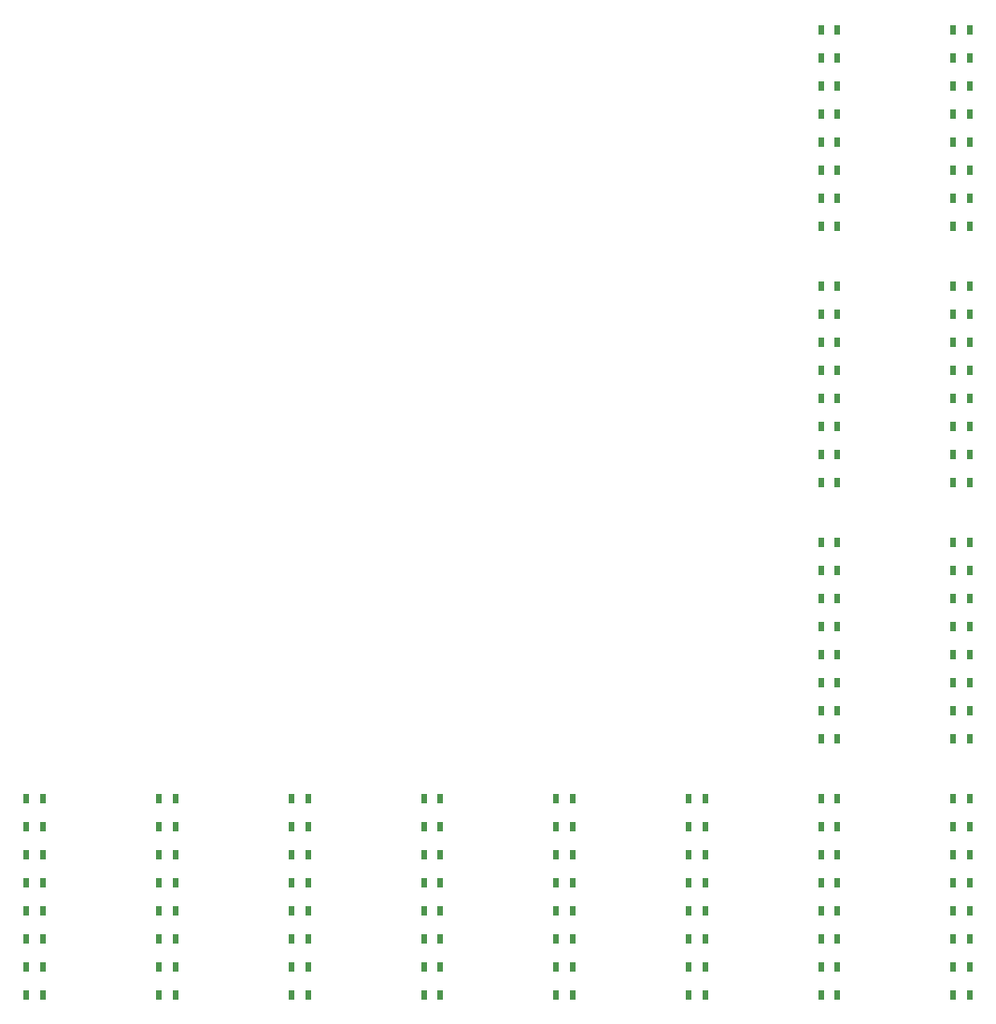
<source format=gbp>
%MOIN*%
%OFA0B0*%
%FSLAX46Y46*%
%IPPOS*%
%LPD*%
%ADD10C,0.0039370078740157488*%
%ADD21C,0.0039370078740157488*%
%ADD22R,0.01968503937007874X0.035433070866141732*%
%ADD23C,0.0039370078740157488*%
%ADD24R,0.01968503937007874X0.035433070866141732*%
%ADD25C,0.0039370078740157488*%
%ADD26R,0.01968503937007874X0.035433070866141732*%
%ADD27C,0.0039370078740157488*%
%ADD28R,0.01968503937007874X0.035433070866141732*%
%ADD29C,0.0039370078740157488*%
%ADD30R,0.01968503937007874X0.035433070866141732*%
%ADD31C,0.0039370078740157488*%
%ADD32R,0.01968503937007874X0.035433070866141732*%
%ADD33C,0.0039370078740157488*%
%ADD34R,0.01968503937007874X0.035433070866141732*%
%ADD35C,0.0039370078740157488*%
%ADD36R,0.01968503937007874X0.035433070866141732*%
%ADD37C,0.0039370078740157488*%
%ADD38R,0.01968503937007874X0.035433070866141732*%
%ADD39C,0.0039370078740157488*%
%ADD40R,0.01968503937007874X0.035433070866141732*%
%ADD41C,0.0039370078740157488*%
%ADD42R,0.01968503937007874X0.035433070866141732*%
%ADD43C,0.0039370078740157488*%
%ADD44R,0.01968503937007874X0.035433070866141732*%
%ADD45C,0.0039370078740157488*%
%ADD46R,0.01968503937007874X0.035433070866141732*%
%ADD47C,0.0039370078740157488*%
%ADD48R,0.01968503937007874X0.035433070866141732*%
G01G01*
D10*
G04 next file*
G04 Gerber Fmt 4.6, Leading zero omitted, Abs format (unit mm)*
G04 Created by KiCad (PCBNEW 4.0.7) date 11/22/17 20:28:19*
G01G01*
G04 APERTURE LIST*
G04 APERTURE END LIST*
D21*
D22*
X0002992125Y0000944881D02*
X0003198724Y0000838220D03*
X0003257779Y0000838220D03*
X0003198724Y0000738220D03*
X0003257779Y0000738220D03*
X0003198724Y0000638220D03*
X0003257779Y0000638220D03*
X0003198724Y0000538220D03*
X0003257779Y0000538220D03*
X0003198724Y0000438220D03*
X0003257779Y0000438220D03*
X0003198724Y0000338220D03*
X0003257779Y0000338220D03*
X0003198724Y0000238220D03*
X0003257779Y0000238220D03*
X0003198724Y0000138220D03*
X0003257779Y0000138220D03*
G04 next file*
G04 Gerber Fmt 4.6, Leading zero omitted, Abs format (unit mm)*
G04 Created by KiCad (PCBNEW 4.0.7) date 11/22/17 20:28:19*
G01G01*
G04 APERTURE LIST*
G04 APERTURE END LIST*
D23*
D24*
X0003464566Y0000944881D02*
X0003671165Y0000838220D03*
X0003730220Y0000838220D03*
X0003671165Y0000738220D03*
X0003730220Y0000738220D03*
X0003671165Y0000638220D03*
X0003730220Y0000638220D03*
X0003671165Y0000538220D03*
X0003730220Y0000538220D03*
X0003671165Y0000438220D03*
X0003730220Y0000438220D03*
X0003671165Y0000338220D03*
X0003730220Y0000338220D03*
X0003671165Y0000238220D03*
X0003730220Y0000238220D03*
X0003671165Y0000138220D03*
X0003730220Y0000138220D03*
G04 next file*
G04 Gerber Fmt 4.6, Leading zero omitted, Abs format (unit mm)*
G04 Created by KiCad (PCBNEW 4.0.7) date 11/22/17 20:28:19*
G01G01*
G04 APERTURE LIST*
G04 APERTURE END LIST*
D25*
D26*
X0002519685Y0000944881D02*
X0002726283Y0000838220D03*
X0002785338Y0000838220D03*
X0002726283Y0000738220D03*
X0002785338Y0000738220D03*
X0002726283Y0000638220D03*
X0002785338Y0000638220D03*
X0002726283Y0000538220D03*
X0002785338Y0000538220D03*
X0002726283Y0000438220D03*
X0002785338Y0000438220D03*
X0002726283Y0000338220D03*
X0002785338Y0000338220D03*
X0002726283Y0000238220D03*
X0002785338Y0000238220D03*
X0002726283Y0000138220D03*
X0002785338Y0000138220D03*
G04 next file*
G04 Gerber Fmt 4.6, Leading zero omitted, Abs format (unit mm)*
G04 Created by KiCad (PCBNEW 4.0.7) date 11/22/17 20:28:19*
G01G01*
G04 APERTURE LIST*
G04 APERTURE END LIST*
D27*
D28*
X0002047244Y0000944881D02*
X0002253842Y0000838220D03*
X0002312897Y0000838220D03*
X0002253842Y0000738220D03*
X0002312897Y0000738220D03*
X0002253842Y0000638220D03*
X0002312897Y0000638220D03*
X0002253842Y0000538220D03*
X0002312897Y0000538220D03*
X0002253842Y0000438220D03*
X0002312897Y0000438220D03*
X0002253842Y0000338220D03*
X0002312897Y0000338220D03*
X0002253842Y0000238220D03*
X0002312897Y0000238220D03*
X0002253842Y0000138220D03*
X0002312897Y0000138220D03*
G04 next file*
G04 Gerber Fmt 4.6, Leading zero omitted, Abs format (unit mm)*
G04 Created by KiCad (PCBNEW 4.0.7) date 11/22/17 20:28:19*
G01G01*
G04 APERTURE LIST*
G04 APERTURE END LIST*
D29*
D30*
X0001574803Y0000944881D02*
X0001781401Y0000838220D03*
X0001840456Y0000838220D03*
X0001781401Y0000738220D03*
X0001840456Y0000738220D03*
X0001781401Y0000638220D03*
X0001840456Y0000638220D03*
X0001781401Y0000538220D03*
X0001840456Y0000538220D03*
X0001781401Y0000438220D03*
X0001840456Y0000438220D03*
X0001781401Y0000338220D03*
X0001840456Y0000338220D03*
X0001781401Y0000238220D03*
X0001840456Y0000238220D03*
X0001781401Y0000138220D03*
X0001840456Y0000138220D03*
G04 next file*
G04 Gerber Fmt 4.6, Leading zero omitted, Abs format (unit mm)*
G04 Created by KiCad (PCBNEW 4.0.7) date 11/22/17 20:28:19*
G01G01*
G04 APERTURE LIST*
G04 APERTURE END LIST*
D31*
D32*
X0001102362Y0000944881D02*
X0001308960Y0000838220D03*
X0001368015Y0000838220D03*
X0001308960Y0000738220D03*
X0001368015Y0000738220D03*
X0001308960Y0000638220D03*
X0001368015Y0000638220D03*
X0001308960Y0000538220D03*
X0001368015Y0000538220D03*
X0001308960Y0000438220D03*
X0001368015Y0000438220D03*
X0001308960Y0000338220D03*
X0001368015Y0000338220D03*
X0001308960Y0000238220D03*
X0001368015Y0000238220D03*
X0001308960Y0000138220D03*
X0001368015Y0000138220D03*
G04 next file*
G04 Gerber Fmt 4.6, Leading zero omitted, Abs format (unit mm)*
G04 Created by KiCad (PCBNEW 4.0.7) date 11/22/17 20:28:19*
G01G01*
G04 APERTURE LIST*
G04 APERTURE END LIST*
D33*
D34*
X0000629921Y0000944881D02*
X0000836519Y0000838220D03*
X0000895574Y0000838220D03*
X0000836519Y0000738220D03*
X0000895574Y0000738220D03*
X0000836519Y0000638220D03*
X0000895574Y0000638220D03*
X0000836519Y0000538220D03*
X0000895574Y0000538220D03*
X0000836519Y0000438220D03*
X0000895574Y0000438220D03*
X0000836519Y0000338220D03*
X0000895574Y0000338220D03*
X0000836519Y0000238220D03*
X0000895574Y0000238220D03*
X0000836519Y0000138220D03*
X0000895574Y0000138220D03*
G04 next file*
G04 Gerber Fmt 4.6, Leading zero omitted, Abs format (unit mm)*
G04 Created by KiCad (PCBNEW 4.0.7) date 11/22/17 20:28:19*
G01G01*
G04 APERTURE LIST*
G04 APERTURE END LIST*
D35*
D36*
X0000157480Y0000944881D02*
X0000364078Y0000838220D03*
X0000423133Y0000838220D03*
X0000364078Y0000738220D03*
X0000423133Y0000738220D03*
X0000364078Y0000638220D03*
X0000423133Y0000638220D03*
X0000364078Y0000538220D03*
X0000423133Y0000538220D03*
X0000364078Y0000438220D03*
X0000423133Y0000438220D03*
X0000364078Y0000338220D03*
X0000423133Y0000338220D03*
X0000364078Y0000238220D03*
X0000423133Y0000238220D03*
X0000364078Y0000138220D03*
X0000423133Y0000138220D03*
G04 next file*
G04 Gerber Fmt 4.6, Leading zero omitted, Abs format (unit mm)*
G04 Created by KiCad (PCBNEW 4.0.7) date 11/22/17 20:28:19*
G01G01*
G04 APERTURE LIST*
G04 APERTURE END LIST*
D37*
D38*
X0002992125Y0001858267D02*
X0003198724Y0001751606D03*
X0003257779Y0001751606D03*
X0003198724Y0001651606D03*
X0003257779Y0001651606D03*
X0003198724Y0001551606D03*
X0003257779Y0001551606D03*
X0003198724Y0001451606D03*
X0003257779Y0001451606D03*
X0003198724Y0001351606D03*
X0003257779Y0001351606D03*
X0003198724Y0001251606D03*
X0003257779Y0001251606D03*
X0003198724Y0001151606D03*
X0003257779Y0001151606D03*
X0003198724Y0001051606D03*
X0003257779Y0001051606D03*
G04 next file*
G04 Gerber Fmt 4.6, Leading zero omitted, Abs format (unit mm)*
G04 Created by KiCad (PCBNEW 4.0.7) date 11/22/17 20:28:19*
G01G01*
G04 APERTURE LIST*
G04 APERTURE END LIST*
D39*
D40*
X0003464566Y0001858267D02*
X0003671165Y0001751606D03*
X0003730220Y0001751606D03*
X0003671165Y0001651606D03*
X0003730220Y0001651606D03*
X0003671165Y0001551606D03*
X0003730220Y0001551606D03*
X0003671165Y0001451606D03*
X0003730220Y0001451606D03*
X0003671165Y0001351606D03*
X0003730220Y0001351606D03*
X0003671165Y0001251606D03*
X0003730220Y0001251606D03*
X0003671165Y0001151606D03*
X0003730220Y0001151606D03*
X0003671165Y0001051606D03*
X0003730220Y0001051606D03*
G04 next file*
G04 Gerber Fmt 4.6, Leading zero omitted, Abs format (unit mm)*
G04 Created by KiCad (PCBNEW 4.0.7) date 11/22/17 20:28:19*
G01G01*
G04 APERTURE LIST*
G04 APERTURE END LIST*
D41*
D42*
X0002992125Y0002771653D02*
X0003198724Y0002664992D03*
X0003257779Y0002664992D03*
X0003198724Y0002564992D03*
X0003257779Y0002564992D03*
X0003198724Y0002464992D03*
X0003257779Y0002464992D03*
X0003198724Y0002364992D03*
X0003257779Y0002364992D03*
X0003198724Y0002264992D03*
X0003257779Y0002264992D03*
X0003198724Y0002164992D03*
X0003257779Y0002164992D03*
X0003198724Y0002064992D03*
X0003257779Y0002064992D03*
X0003198724Y0001964992D03*
X0003257779Y0001964992D03*
G04 next file*
G04 Gerber Fmt 4.6, Leading zero omitted, Abs format (unit mm)*
G04 Created by KiCad (PCBNEW 4.0.7) date 11/22/17 20:28:19*
G01G01*
G04 APERTURE LIST*
G04 APERTURE END LIST*
D43*
D44*
X0003464566Y0002771653D02*
X0003671165Y0002664992D03*
X0003730220Y0002664992D03*
X0003671165Y0002564992D03*
X0003730220Y0002564992D03*
X0003671165Y0002464992D03*
X0003730220Y0002464992D03*
X0003671165Y0002364992D03*
X0003730220Y0002364992D03*
X0003671165Y0002264992D03*
X0003730220Y0002264992D03*
X0003671165Y0002164992D03*
X0003730220Y0002164992D03*
X0003671165Y0002064992D03*
X0003730220Y0002064992D03*
X0003671165Y0001964992D03*
X0003730220Y0001964992D03*
G04 next file*
G04 Gerber Fmt 4.6, Leading zero omitted, Abs format (unit mm)*
G04 Created by KiCad (PCBNEW 4.0.7) date 11/22/17 20:28:19*
G01G01*
G04 APERTURE LIST*
G04 APERTURE END LIST*
D45*
D46*
X0002992125Y0003685039D02*
X0003198724Y0003578377D03*
X0003257779Y0003578377D03*
X0003198724Y0003478377D03*
X0003257779Y0003478377D03*
X0003198724Y0003378377D03*
X0003257779Y0003378377D03*
X0003198724Y0003278377D03*
X0003257779Y0003278377D03*
X0003198724Y0003178377D03*
X0003257779Y0003178377D03*
X0003198724Y0003078377D03*
X0003257779Y0003078377D03*
X0003198724Y0002978377D03*
X0003257779Y0002978377D03*
X0003198724Y0002878377D03*
X0003257779Y0002878377D03*
G04 next file*
G04 Gerber Fmt 4.6, Leading zero omitted, Abs format (unit mm)*
G04 Created by KiCad (PCBNEW 4.0.7) date 11/22/17 20:28:19*
G01G01*
G04 APERTURE LIST*
G04 APERTURE END LIST*
D47*
D48*
X0003464566Y0003685039D02*
X0003671165Y0003578377D03*
X0003730220Y0003578377D03*
X0003671165Y0003478377D03*
X0003730220Y0003478377D03*
X0003671165Y0003378377D03*
X0003730220Y0003378377D03*
X0003671165Y0003278377D03*
X0003730220Y0003278377D03*
X0003671165Y0003178377D03*
X0003730220Y0003178377D03*
X0003671165Y0003078377D03*
X0003730220Y0003078377D03*
X0003671165Y0002978377D03*
X0003730220Y0002978377D03*
X0003671165Y0002878377D03*
X0003730220Y0002878377D03*
M02*
</source>
